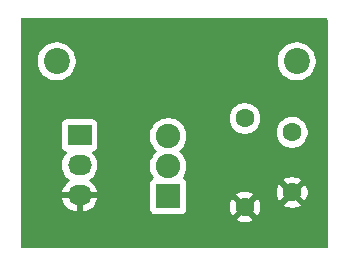
<source format=gbl>
G04 #@! TF.GenerationSoftware,KiCad,Pcbnew,9.0.4*
G04 #@! TF.CreationDate,2025-10-14T04:28:11+05:30*
G04 #@! TF.ProjectId,Buck converter,4275636b-2063-46f6-9e76-65727465722e,rev?*
G04 #@! TF.SameCoordinates,Original*
G04 #@! TF.FileFunction,Copper,L4,Bot*
G04 #@! TF.FilePolarity,Positive*
%FSLAX46Y46*%
G04 Gerber Fmt 4.6, Leading zero omitted, Abs format (unit mm)*
G04 Created by KiCad (PCBNEW 9.0.4) date 2025-10-14 04:28:11*
%MOMM*%
%LPD*%
G01*
G04 APERTURE LIST*
G04 #@! TA.AperFunction,ComponentPad*
%ADD10R,2.030000X1.730000*%
G04 #@! TD*
G04 #@! TA.AperFunction,ComponentPad*
%ADD11O,2.030000X1.730000*%
G04 #@! TD*
G04 #@! TA.AperFunction,ComponentPad*
%ADD12C,2.200000*%
G04 #@! TD*
G04 #@! TA.AperFunction,ComponentPad*
%ADD13C,1.600000*%
G04 #@! TD*
G04 #@! TA.AperFunction,ComponentPad*
%ADD14R,2.070000X2.070000*%
G04 #@! TD*
G04 #@! TA.AperFunction,ComponentPad*
%ADD15C,2.070000*%
G04 #@! TD*
G04 APERTURE END LIST*
D10*
X83500000Y-74920000D03*
D11*
X83500000Y-77460000D03*
X83500000Y-80000000D03*
D12*
X81560000Y-68650000D03*
X101880000Y-68650000D03*
D13*
X101500000Y-74685000D03*
X101500000Y-79765000D03*
X97500000Y-73500000D03*
X97500000Y-81000000D03*
D14*
X91000000Y-80080000D03*
D15*
X91000000Y-77540000D03*
X91000000Y-75000000D03*
G04 #@! TA.AperFunction,Conductor*
G36*
X104442539Y-65020185D02*
G01*
X104488294Y-65072989D01*
X104499500Y-65124500D01*
X104499500Y-84375500D01*
X104479815Y-84442539D01*
X104427011Y-84488294D01*
X104375500Y-84499500D01*
X78624500Y-84499500D01*
X78557461Y-84479815D01*
X78511706Y-84427011D01*
X78500500Y-84375500D01*
X78500500Y-74007135D01*
X81984500Y-74007135D01*
X81984500Y-75832870D01*
X81984501Y-75832876D01*
X81990908Y-75892483D01*
X82041202Y-76027328D01*
X82041206Y-76027335D01*
X82127452Y-76142544D01*
X82127455Y-76142547D01*
X82242664Y-76228793D01*
X82242673Y-76228798D01*
X82287122Y-76245376D01*
X82358632Y-76272047D01*
X82414566Y-76313917D01*
X82438984Y-76379381D01*
X82424133Y-76447654D01*
X82402982Y-76475910D01*
X82308454Y-76570438D01*
X82182120Y-76744321D01*
X82084541Y-76935829D01*
X82084540Y-76935832D01*
X82018124Y-77140240D01*
X82018124Y-77140243D01*
X81984500Y-77352534D01*
X81984500Y-77567465D01*
X82018124Y-77779756D01*
X82018124Y-77779759D01*
X82084540Y-77984167D01*
X82084541Y-77984170D01*
X82158554Y-78129427D01*
X82182120Y-78175678D01*
X82308455Y-78349563D01*
X82460437Y-78501545D01*
X82460440Y-78501547D01*
X82637226Y-78629990D01*
X82679892Y-78685320D01*
X82685871Y-78754933D01*
X82653265Y-78816728D01*
X82637227Y-78830626D01*
X82460760Y-78958838D01*
X82460759Y-78958838D01*
X82308838Y-79110759D01*
X82182547Y-79284583D01*
X82085003Y-79476024D01*
X82018610Y-79680364D01*
X82007581Y-79750000D01*
X83055440Y-79750000D01*
X83024755Y-79803147D01*
X82990000Y-79932857D01*
X82990000Y-80067143D01*
X83024755Y-80196853D01*
X83055440Y-80250000D01*
X82007581Y-80250000D01*
X82018610Y-80319635D01*
X82085003Y-80523975D01*
X82182547Y-80715416D01*
X82308838Y-80889240D01*
X82460759Y-81041161D01*
X82634583Y-81167452D01*
X82826024Y-81264996D01*
X83030358Y-81331388D01*
X83242573Y-81365000D01*
X83250000Y-81365000D01*
X83250000Y-80444560D01*
X83303147Y-80475245D01*
X83432857Y-80510000D01*
X83567143Y-80510000D01*
X83696853Y-80475245D01*
X83750000Y-80444560D01*
X83750000Y-81365000D01*
X83757427Y-81365000D01*
X83969639Y-81331388D01*
X83969642Y-81331388D01*
X84173975Y-81264996D01*
X84365416Y-81167452D01*
X84539240Y-81041161D01*
X84691161Y-80889240D01*
X84817452Y-80715416D01*
X84914996Y-80523975D01*
X84981389Y-80319635D01*
X84992419Y-80250000D01*
X83944560Y-80250000D01*
X83975245Y-80196853D01*
X84010000Y-80067143D01*
X84010000Y-79932857D01*
X83975245Y-79803147D01*
X83944560Y-79750000D01*
X84992419Y-79750000D01*
X84981389Y-79680364D01*
X84914996Y-79476024D01*
X84817452Y-79284583D01*
X84691161Y-79110759D01*
X84539240Y-78958838D01*
X84362772Y-78830626D01*
X84320107Y-78775296D01*
X84314128Y-78705682D01*
X84346734Y-78643888D01*
X84362773Y-78629990D01*
X84365675Y-78627881D01*
X84365678Y-78627880D01*
X84539563Y-78501545D01*
X84691545Y-78349563D01*
X84817880Y-78175678D01*
X84915458Y-77984170D01*
X84981876Y-77779755D01*
X85015500Y-77567467D01*
X85015500Y-77352533D01*
X84981876Y-77140245D01*
X84981875Y-77140241D01*
X84981875Y-77140240D01*
X84915459Y-76935832D01*
X84915458Y-76935829D01*
X84817879Y-76744321D01*
X84811266Y-76735219D01*
X84691545Y-76570437D01*
X84597018Y-76475910D01*
X84563533Y-76414587D01*
X84568517Y-76344895D01*
X84610389Y-76288962D01*
X84641362Y-76272049D01*
X84757331Y-76228796D01*
X84872546Y-76142546D01*
X84958796Y-76027331D01*
X85009091Y-75892483D01*
X85015500Y-75832873D01*
X85015499Y-74879148D01*
X89464500Y-74879148D01*
X89464500Y-75120851D01*
X89502308Y-75359564D01*
X89576997Y-75589431D01*
X89621602Y-75676971D01*
X89682905Y-75797284D01*
X89686725Y-75804780D01*
X89828780Y-76000304D01*
X89828784Y-76000309D01*
X89828786Y-76000311D01*
X89999689Y-76171214D01*
X89999692Y-76171216D01*
X90003394Y-76174378D01*
X90002243Y-76175725D01*
X90040250Y-76225022D01*
X90046223Y-76294636D01*
X90013612Y-76356428D01*
X90003227Y-76365426D01*
X90003394Y-76365622D01*
X89999686Y-76368788D01*
X89828784Y-76539690D01*
X89828780Y-76539695D01*
X89686725Y-76735219D01*
X89576997Y-76950568D01*
X89502308Y-77180435D01*
X89464500Y-77419148D01*
X89464500Y-77660851D01*
X89502308Y-77899564D01*
X89576997Y-78129431D01*
X89686725Y-78344780D01*
X89748206Y-78429403D01*
X89771686Y-78495210D01*
X89755860Y-78563263D01*
X89722200Y-78601554D01*
X89607452Y-78687455D01*
X89521206Y-78802664D01*
X89521202Y-78802671D01*
X89470908Y-78937517D01*
X89464501Y-78997116D01*
X89464501Y-78997123D01*
X89464500Y-78997135D01*
X89464500Y-81162870D01*
X89464501Y-81162876D01*
X89470908Y-81222483D01*
X89521202Y-81357328D01*
X89521206Y-81357335D01*
X89607452Y-81472544D01*
X89607455Y-81472547D01*
X89722664Y-81558793D01*
X89722671Y-81558797D01*
X89857517Y-81609091D01*
X89857516Y-81609091D01*
X89864444Y-81609835D01*
X89917127Y-81615500D01*
X92082872Y-81615499D01*
X92142483Y-81609091D01*
X92277331Y-81558796D01*
X92392546Y-81472546D01*
X92478796Y-81357331D01*
X92529091Y-81222483D01*
X92535500Y-81162873D01*
X92535500Y-80897682D01*
X96200000Y-80897682D01*
X96200000Y-81102317D01*
X96232009Y-81304417D01*
X96295244Y-81499031D01*
X96388141Y-81681350D01*
X96388147Y-81681359D01*
X96420523Y-81725921D01*
X96420524Y-81725922D01*
X97100000Y-81046446D01*
X97100000Y-81052661D01*
X97127259Y-81154394D01*
X97179920Y-81245606D01*
X97254394Y-81320080D01*
X97345606Y-81372741D01*
X97447339Y-81400000D01*
X97453553Y-81400000D01*
X96774076Y-82079474D01*
X96818650Y-82111859D01*
X97000968Y-82204755D01*
X97195582Y-82267990D01*
X97397683Y-82300000D01*
X97602317Y-82300000D01*
X97804417Y-82267990D01*
X97999031Y-82204755D01*
X98181349Y-82111859D01*
X98225921Y-82079474D01*
X97546447Y-81400000D01*
X97552661Y-81400000D01*
X97654394Y-81372741D01*
X97745606Y-81320080D01*
X97820080Y-81245606D01*
X97872741Y-81154394D01*
X97900000Y-81052661D01*
X97900000Y-81046448D01*
X98579474Y-81725922D01*
X98579474Y-81725921D01*
X98611859Y-81681349D01*
X98704755Y-81499031D01*
X98767990Y-81304417D01*
X98800000Y-81102317D01*
X98800000Y-80897682D01*
X98787160Y-80816613D01*
X98767990Y-80695582D01*
X98704755Y-80500968D01*
X98611859Y-80318650D01*
X98579474Y-80274077D01*
X98579474Y-80274076D01*
X97900000Y-80953551D01*
X97900000Y-80947339D01*
X97872741Y-80845606D01*
X97820080Y-80754394D01*
X97745606Y-80679920D01*
X97654394Y-80627259D01*
X97552661Y-80600000D01*
X97546446Y-80600000D01*
X98225922Y-79920524D01*
X98225921Y-79920523D01*
X98181359Y-79888147D01*
X98181350Y-79888141D01*
X97999031Y-79795244D01*
X97939024Y-79775747D01*
X97804417Y-79732009D01*
X97602317Y-79700000D01*
X97397683Y-79700000D01*
X97195582Y-79732009D01*
X97000968Y-79795244D01*
X96818644Y-79888143D01*
X96774077Y-79920523D01*
X96774077Y-79920524D01*
X97453554Y-80600000D01*
X97447339Y-80600000D01*
X97345606Y-80627259D01*
X97254394Y-80679920D01*
X97179920Y-80754394D01*
X97127259Y-80845606D01*
X97100000Y-80947339D01*
X97100000Y-80953553D01*
X96420524Y-80274077D01*
X96420523Y-80274077D01*
X96388143Y-80318644D01*
X96295244Y-80500968D01*
X96232009Y-80695582D01*
X96200000Y-80897682D01*
X92535500Y-80897682D01*
X92535500Y-80085080D01*
X92535500Y-79967783D01*
X92535500Y-79662682D01*
X100200000Y-79662682D01*
X100200000Y-79867317D01*
X100232009Y-80069417D01*
X100295244Y-80264031D01*
X100388141Y-80446350D01*
X100388147Y-80446359D01*
X100420523Y-80490921D01*
X100420524Y-80490922D01*
X101100000Y-79811446D01*
X101100000Y-79817661D01*
X101127259Y-79919394D01*
X101179920Y-80010606D01*
X101254394Y-80085080D01*
X101345606Y-80137741D01*
X101447339Y-80165000D01*
X101453553Y-80165000D01*
X100774076Y-80844474D01*
X100818650Y-80876859D01*
X101000968Y-80969755D01*
X101195582Y-81032990D01*
X101397683Y-81065000D01*
X101602317Y-81065000D01*
X101804417Y-81032990D01*
X101999031Y-80969755D01*
X102181349Y-80876859D01*
X102225921Y-80844474D01*
X101546447Y-80165000D01*
X101552661Y-80165000D01*
X101654394Y-80137741D01*
X101745606Y-80085080D01*
X101820080Y-80010606D01*
X101872741Y-79919394D01*
X101900000Y-79817661D01*
X101900000Y-79811447D01*
X102579474Y-80490921D01*
X102611859Y-80446349D01*
X102704755Y-80264031D01*
X102767990Y-80069417D01*
X102800000Y-79867317D01*
X102800000Y-79662682D01*
X102767990Y-79460582D01*
X102704755Y-79265968D01*
X102611859Y-79083650D01*
X102579474Y-79039077D01*
X102579474Y-79039076D01*
X101900000Y-79718551D01*
X101900000Y-79712339D01*
X101872741Y-79610606D01*
X101820080Y-79519394D01*
X101745606Y-79444920D01*
X101654394Y-79392259D01*
X101552661Y-79365000D01*
X101546446Y-79365000D01*
X102225922Y-78685524D01*
X102225921Y-78685523D01*
X102181359Y-78653147D01*
X102181350Y-78653141D01*
X101999031Y-78560244D01*
X101804417Y-78497009D01*
X101602317Y-78465000D01*
X101397683Y-78465000D01*
X101195582Y-78497009D01*
X101000968Y-78560244D01*
X100818644Y-78653143D01*
X100774077Y-78685523D01*
X100774077Y-78685524D01*
X101453554Y-79365000D01*
X101447339Y-79365000D01*
X101345606Y-79392259D01*
X101254394Y-79444920D01*
X101179920Y-79519394D01*
X101127259Y-79610606D01*
X101100000Y-79712339D01*
X101100000Y-79718553D01*
X100420524Y-79039077D01*
X100420523Y-79039077D01*
X100388143Y-79083644D01*
X100295244Y-79265968D01*
X100232009Y-79460582D01*
X100200000Y-79662682D01*
X92535500Y-79662682D01*
X92535499Y-78997129D01*
X92535498Y-78997123D01*
X92535497Y-78997116D01*
X92529091Y-78937517D01*
X92489223Y-78830626D01*
X92478797Y-78802671D01*
X92470716Y-78791876D01*
X92392546Y-78687454D01*
X92346718Y-78653147D01*
X92277800Y-78601554D01*
X92235929Y-78545620D01*
X92230945Y-78475929D01*
X92251793Y-78429403D01*
X92313277Y-78344777D01*
X92423004Y-78129427D01*
X92497691Y-77899564D01*
X92535500Y-77660851D01*
X92535500Y-77419148D01*
X92497691Y-77180435D01*
X92423002Y-76950568D01*
X92383193Y-76872441D01*
X92313277Y-76735223D01*
X92295126Y-76710241D01*
X92171219Y-76539695D01*
X92171215Y-76539690D01*
X92000309Y-76368784D01*
X91996598Y-76365614D01*
X91997752Y-76364263D01*
X91959755Y-76314989D01*
X91953776Y-76245376D01*
X91986381Y-76183581D01*
X91996765Y-76174582D01*
X91996598Y-76174386D01*
X92000305Y-76171218D01*
X92000311Y-76171214D01*
X92171214Y-76000311D01*
X92313277Y-75804777D01*
X92423004Y-75589427D01*
X92497691Y-75359564D01*
X92535500Y-75120851D01*
X92535500Y-74879148D01*
X92497691Y-74640435D01*
X92449452Y-74491971D01*
X92423004Y-74410573D01*
X92423002Y-74410570D01*
X92423002Y-74410568D01*
X92383193Y-74332441D01*
X92313277Y-74195223D01*
X92176624Y-74007135D01*
X92171219Y-73999695D01*
X92171215Y-73999690D01*
X92000309Y-73828784D01*
X92000304Y-73828780D01*
X91804780Y-73686725D01*
X91804779Y-73686724D01*
X91804777Y-73686723D01*
X91737528Y-73652457D01*
X91589431Y-73576997D01*
X91385411Y-73510707D01*
X91359564Y-73502308D01*
X91120851Y-73464500D01*
X91120846Y-73464500D01*
X90879154Y-73464500D01*
X90879149Y-73464500D01*
X90640435Y-73502308D01*
X90410568Y-73576997D01*
X90195219Y-73686725D01*
X89999695Y-73828780D01*
X89999690Y-73828784D01*
X89828784Y-73999690D01*
X89828780Y-73999695D01*
X89686725Y-74195219D01*
X89576997Y-74410568D01*
X89502308Y-74640435D01*
X89464500Y-74879148D01*
X85015499Y-74879148D01*
X85015499Y-74007128D01*
X85009091Y-73947517D01*
X84964807Y-73828786D01*
X84958797Y-73812671D01*
X84958793Y-73812664D01*
X84872547Y-73697455D01*
X84872544Y-73697452D01*
X84757335Y-73611206D01*
X84757328Y-73611202D01*
X84622482Y-73560908D01*
X84622483Y-73560908D01*
X84562883Y-73554501D01*
X84562881Y-73554500D01*
X84562873Y-73554500D01*
X84562864Y-73554500D01*
X82437129Y-73554500D01*
X82437123Y-73554501D01*
X82377516Y-73560908D01*
X82242671Y-73611202D01*
X82242664Y-73611206D01*
X82127455Y-73697452D01*
X82127452Y-73697455D01*
X82041206Y-73812664D01*
X82041202Y-73812671D01*
X81990908Y-73947517D01*
X81985299Y-73999695D01*
X81984501Y-74007123D01*
X81984500Y-74007135D01*
X78500500Y-74007135D01*
X78500500Y-73397648D01*
X96199500Y-73397648D01*
X96199500Y-73602351D01*
X96231522Y-73804534D01*
X96294781Y-73999223D01*
X96387715Y-74181613D01*
X96508028Y-74347213D01*
X96652786Y-74491971D01*
X96777595Y-74582648D01*
X96818390Y-74612287D01*
X96934607Y-74671503D01*
X97000776Y-74705218D01*
X97000778Y-74705218D01*
X97000781Y-74705220D01*
X97105137Y-74739127D01*
X97195465Y-74768477D01*
X97296557Y-74784488D01*
X97397648Y-74800500D01*
X97397649Y-74800500D01*
X97602351Y-74800500D01*
X97602352Y-74800500D01*
X97804534Y-74768477D01*
X97999219Y-74705220D01*
X98181610Y-74612287D01*
X98222404Y-74582648D01*
X100199500Y-74582648D01*
X100199500Y-74787352D01*
X100203878Y-74814995D01*
X100231522Y-74989534D01*
X100294781Y-75184223D01*
X100387715Y-75366613D01*
X100508028Y-75532213D01*
X100652786Y-75676971D01*
X100807749Y-75789556D01*
X100818390Y-75797287D01*
X100934607Y-75856503D01*
X101000776Y-75890218D01*
X101000778Y-75890218D01*
X101000781Y-75890220D01*
X101105137Y-75924127D01*
X101195465Y-75953477D01*
X101296557Y-75969488D01*
X101397648Y-75985500D01*
X101397649Y-75985500D01*
X101602351Y-75985500D01*
X101602352Y-75985500D01*
X101804534Y-75953477D01*
X101999219Y-75890220D01*
X102181610Y-75797287D01*
X102274590Y-75729732D01*
X102347213Y-75676971D01*
X102347215Y-75676968D01*
X102347219Y-75676966D01*
X102491966Y-75532219D01*
X102491968Y-75532215D01*
X102491971Y-75532213D01*
X102544732Y-75459590D01*
X102612287Y-75366610D01*
X102705220Y-75184219D01*
X102768477Y-74989534D01*
X102800500Y-74787352D01*
X102800500Y-74582648D01*
X102768477Y-74380466D01*
X102757674Y-74347219D01*
X102708288Y-74195223D01*
X102705220Y-74185781D01*
X102705218Y-74185778D01*
X102705218Y-74185776D01*
X102671503Y-74119607D01*
X102612287Y-74003390D01*
X102604556Y-73992749D01*
X102491971Y-73837786D01*
X102347213Y-73693028D01*
X102181613Y-73572715D01*
X102181612Y-73572714D01*
X102181610Y-73572713D01*
X102124653Y-73543691D01*
X101999223Y-73479781D01*
X101804534Y-73416522D01*
X101629995Y-73388878D01*
X101602352Y-73384500D01*
X101397648Y-73384500D01*
X101373329Y-73388351D01*
X101195465Y-73416522D01*
X101000776Y-73479781D01*
X100818386Y-73572715D01*
X100652786Y-73693028D01*
X100508028Y-73837786D01*
X100387715Y-74003386D01*
X100294781Y-74185776D01*
X100231522Y-74380465D01*
X100213862Y-74491971D01*
X100199500Y-74582648D01*
X98222404Y-74582648D01*
X98274590Y-74544732D01*
X98347213Y-74491971D01*
X98347215Y-74491968D01*
X98347219Y-74491966D01*
X98491966Y-74347219D01*
X98491968Y-74347215D01*
X98491971Y-74347213D01*
X98544732Y-74274590D01*
X98612287Y-74181610D01*
X98705220Y-73999219D01*
X98768477Y-73804534D01*
X98800500Y-73602352D01*
X98800500Y-73397648D01*
X98768477Y-73195466D01*
X98705220Y-73000781D01*
X98705218Y-73000778D01*
X98705218Y-73000776D01*
X98671503Y-72934607D01*
X98612287Y-72818390D01*
X98604556Y-72807749D01*
X98491971Y-72652786D01*
X98347213Y-72508028D01*
X98181613Y-72387715D01*
X98181612Y-72387714D01*
X98181610Y-72387713D01*
X98124653Y-72358691D01*
X97999223Y-72294781D01*
X97804534Y-72231522D01*
X97629995Y-72203878D01*
X97602352Y-72199500D01*
X97397648Y-72199500D01*
X97373329Y-72203351D01*
X97195465Y-72231522D01*
X97000776Y-72294781D01*
X96818386Y-72387715D01*
X96652786Y-72508028D01*
X96508028Y-72652786D01*
X96387715Y-72818386D01*
X96294781Y-73000776D01*
X96231522Y-73195465D01*
X96199500Y-73397648D01*
X78500500Y-73397648D01*
X78500500Y-68524038D01*
X79959500Y-68524038D01*
X79959500Y-68775961D01*
X79998910Y-69024785D01*
X80076760Y-69264383D01*
X80191132Y-69488848D01*
X80339201Y-69692649D01*
X80339205Y-69692654D01*
X80517345Y-69870794D01*
X80517350Y-69870798D01*
X80695117Y-69999952D01*
X80721155Y-70018870D01*
X80864184Y-70091747D01*
X80945616Y-70133239D01*
X80945618Y-70133239D01*
X80945621Y-70133241D01*
X81185215Y-70211090D01*
X81434038Y-70250500D01*
X81434039Y-70250500D01*
X81685961Y-70250500D01*
X81685962Y-70250500D01*
X81934785Y-70211090D01*
X82174379Y-70133241D01*
X82398845Y-70018870D01*
X82602656Y-69870793D01*
X82780793Y-69692656D01*
X82928870Y-69488845D01*
X83043241Y-69264379D01*
X83121090Y-69024785D01*
X83160500Y-68775962D01*
X83160500Y-68524038D01*
X100279500Y-68524038D01*
X100279500Y-68775961D01*
X100318910Y-69024785D01*
X100396760Y-69264383D01*
X100511132Y-69488848D01*
X100659201Y-69692649D01*
X100659205Y-69692654D01*
X100837345Y-69870794D01*
X100837350Y-69870798D01*
X101015117Y-69999952D01*
X101041155Y-70018870D01*
X101184184Y-70091747D01*
X101265616Y-70133239D01*
X101265618Y-70133239D01*
X101265621Y-70133241D01*
X101505215Y-70211090D01*
X101754038Y-70250500D01*
X101754039Y-70250500D01*
X102005961Y-70250500D01*
X102005962Y-70250500D01*
X102254785Y-70211090D01*
X102494379Y-70133241D01*
X102718845Y-70018870D01*
X102922656Y-69870793D01*
X103100793Y-69692656D01*
X103248870Y-69488845D01*
X103363241Y-69264379D01*
X103441090Y-69024785D01*
X103480500Y-68775962D01*
X103480500Y-68524038D01*
X103441090Y-68275215D01*
X103363241Y-68035621D01*
X103363239Y-68035618D01*
X103363239Y-68035616D01*
X103321747Y-67954184D01*
X103248870Y-67811155D01*
X103229952Y-67785117D01*
X103100798Y-67607350D01*
X103100794Y-67607345D01*
X102922654Y-67429205D01*
X102922649Y-67429201D01*
X102718848Y-67281132D01*
X102718847Y-67281131D01*
X102718845Y-67281130D01*
X102648747Y-67245413D01*
X102494383Y-67166760D01*
X102254785Y-67088910D01*
X102005962Y-67049500D01*
X101754038Y-67049500D01*
X101629626Y-67069205D01*
X101505214Y-67088910D01*
X101265616Y-67166760D01*
X101041151Y-67281132D01*
X100837350Y-67429201D01*
X100837345Y-67429205D01*
X100659205Y-67607345D01*
X100659201Y-67607350D01*
X100511132Y-67811151D01*
X100396760Y-68035616D01*
X100318910Y-68275214D01*
X100279500Y-68524038D01*
X83160500Y-68524038D01*
X83121090Y-68275215D01*
X83043241Y-68035621D01*
X83043239Y-68035618D01*
X83043239Y-68035616D01*
X83001747Y-67954184D01*
X82928870Y-67811155D01*
X82909952Y-67785117D01*
X82780798Y-67607350D01*
X82780794Y-67607345D01*
X82602654Y-67429205D01*
X82602649Y-67429201D01*
X82398848Y-67281132D01*
X82398847Y-67281131D01*
X82398845Y-67281130D01*
X82328747Y-67245413D01*
X82174383Y-67166760D01*
X81934785Y-67088910D01*
X81685962Y-67049500D01*
X81434038Y-67049500D01*
X81309626Y-67069205D01*
X81185214Y-67088910D01*
X80945616Y-67166760D01*
X80721151Y-67281132D01*
X80517350Y-67429201D01*
X80517345Y-67429205D01*
X80339205Y-67607345D01*
X80339201Y-67607350D01*
X80191132Y-67811151D01*
X80076760Y-68035616D01*
X79998910Y-68275214D01*
X79959500Y-68524038D01*
X78500500Y-68524038D01*
X78500500Y-65124500D01*
X78520185Y-65057461D01*
X78572989Y-65011706D01*
X78624500Y-65000500D01*
X104375500Y-65000500D01*
X104442539Y-65020185D01*
G37*
G04 #@! TD.AperFunction*
M02*

</source>
